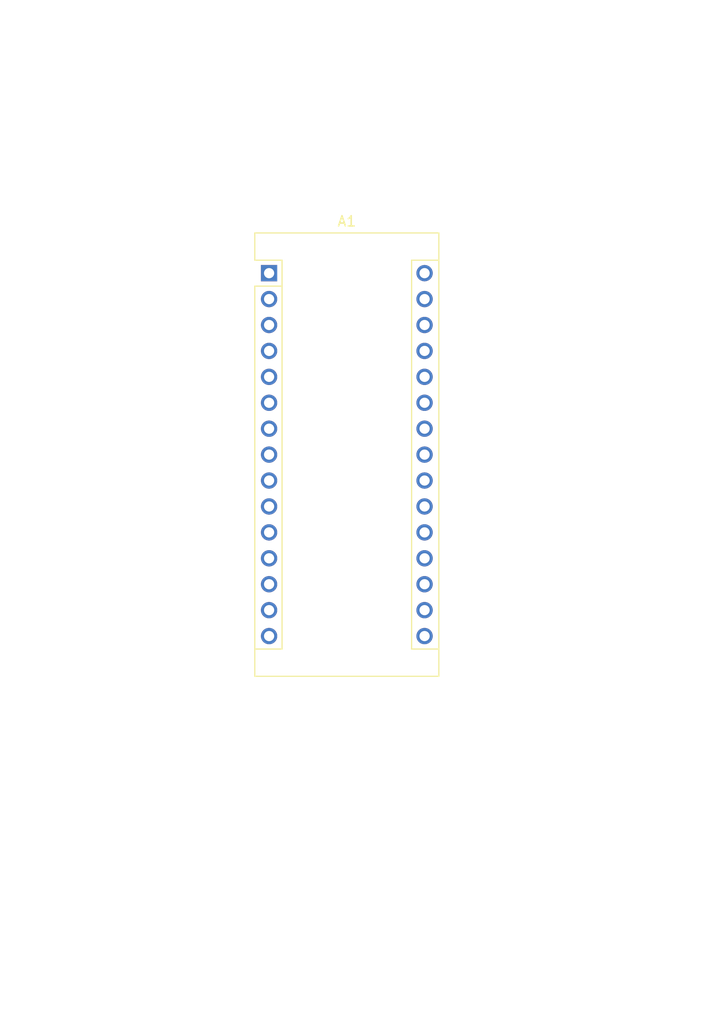
<source format=kicad_pcb>
(kicad_pcb (version 20171130) (host pcbnew "(5.1.6)-1")

  (general
    (thickness 1.6)
    (drawings 4)
    (tracks 0)
    (zones 0)
    (modules 1)
    (nets 31)
  )

  (page A4)
  (layers
    (0 F.Cu signal)
    (31 B.Cu signal)
    (32 B.Adhes user)
    (33 F.Adhes user)
    (34 B.Paste user)
    (35 F.Paste user)
    (36 B.SilkS user)
    (37 F.SilkS user)
    (38 B.Mask user)
    (39 F.Mask user)
    (40 Dwgs.User user)
    (41 Cmts.User user)
    (42 Eco1.User user)
    (43 Eco2.User user)
    (44 Edge.Cuts user)
    (45 Margin user)
    (46 B.CrtYd user)
    (47 F.CrtYd user)
    (48 B.Fab user)
    (49 F.Fab user)
  )

  (setup
    (last_trace_width 0.25)
    (trace_clearance 0.2)
    (zone_clearance 0.508)
    (zone_45_only no)
    (trace_min 0.2)
    (via_size 0.8)
    (via_drill 0.4)
    (via_min_size 0.4)
    (via_min_drill 0.3)
    (uvia_size 0.3)
    (uvia_drill 0.1)
    (uvias_allowed no)
    (uvia_min_size 0.2)
    (uvia_min_drill 0.1)
    (edge_width 0.05)
    (segment_width 0.2)
    (pcb_text_width 0.3)
    (pcb_text_size 1.5 1.5)
    (mod_edge_width 0.12)
    (mod_text_size 1 1)
    (mod_text_width 0.15)
    (pad_size 1.524 1.524)
    (pad_drill 0.762)
    (pad_to_mask_clearance 0.05)
    (aux_axis_origin 0 0)
    (visible_elements 7FFFFFFF)
    (pcbplotparams
      (layerselection 0x010fc_ffffffff)
      (usegerberextensions false)
      (usegerberattributes true)
      (usegerberadvancedattributes true)
      (creategerberjobfile true)
      (excludeedgelayer true)
      (linewidth 0.100000)
      (plotframeref false)
      (viasonmask false)
      (mode 1)
      (useauxorigin false)
      (hpglpennumber 1)
      (hpglpenspeed 20)
      (hpglpendiameter 15.000000)
      (psnegative false)
      (psa4output false)
      (plotreference true)
      (plotvalue true)
      (plotinvisibletext false)
      (padsonsilk false)
      (subtractmaskfromsilk false)
      (outputformat 1)
      (mirror false)
      (drillshape 1)
      (scaleselection 1)
      (outputdirectory ""))
  )

  (net 0 "")
  (net 1 "Net-(A1-Pad16)")
  (net 2 "Net-(A1-Pad15)")
  (net 3 "Net-(A1-Pad30)")
  (net 4 "Net-(A1-Pad14)")
  (net 5 "Net-(A1-Pad29)")
  (net 6 "Net-(A1-Pad13)")
  (net 7 "Net-(A1-Pad28)")
  (net 8 "Net-(A1-Pad12)")
  (net 9 "Net-(A1-Pad27)")
  (net 10 "Net-(A1-Pad11)")
  (net 11 "Net-(A1-Pad26)")
  (net 12 "Net-(A1-Pad10)")
  (net 13 "Net-(A1-Pad25)")
  (net 14 "Net-(A1-Pad9)")
  (net 15 "Net-(A1-Pad24)")
  (net 16 "Net-(A1-Pad8)")
  (net 17 "Net-(A1-Pad23)")
  (net 18 "Net-(A1-Pad7)")
  (net 19 "Net-(A1-Pad22)")
  (net 20 "Net-(A1-Pad6)")
  (net 21 "Net-(A1-Pad21)")
  (net 22 "Net-(A1-Pad5)")
  (net 23 "Net-(A1-Pad20)")
  (net 24 "Net-(A1-Pad4)")
  (net 25 "Net-(A1-Pad19)")
  (net 26 "Net-(A1-Pad3)")
  (net 27 "Net-(A1-Pad18)")
  (net 28 "Net-(A1-Pad2)")
  (net 29 "Net-(A1-Pad17)")
  (net 30 "Net-(A1-Pad1)")

  (net_class Default "This is the default net class."
    (clearance 0.2)
    (trace_width 0.25)
    (via_dia 0.8)
    (via_drill 0.4)
    (uvia_dia 0.3)
    (uvia_drill 0.1)
    (add_net "Net-(A1-Pad1)")
    (add_net "Net-(A1-Pad10)")
    (add_net "Net-(A1-Pad11)")
    (add_net "Net-(A1-Pad12)")
    (add_net "Net-(A1-Pad13)")
    (add_net "Net-(A1-Pad14)")
    (add_net "Net-(A1-Pad15)")
    (add_net "Net-(A1-Pad16)")
    (add_net "Net-(A1-Pad17)")
    (add_net "Net-(A1-Pad18)")
    (add_net "Net-(A1-Pad19)")
    (add_net "Net-(A1-Pad2)")
    (add_net "Net-(A1-Pad20)")
    (add_net "Net-(A1-Pad21)")
    (add_net "Net-(A1-Pad22)")
    (add_net "Net-(A1-Pad23)")
    (add_net "Net-(A1-Pad24)")
    (add_net "Net-(A1-Pad25)")
    (add_net "Net-(A1-Pad26)")
    (add_net "Net-(A1-Pad27)")
    (add_net "Net-(A1-Pad28)")
    (add_net "Net-(A1-Pad29)")
    (add_net "Net-(A1-Pad3)")
    (add_net "Net-(A1-Pad30)")
    (add_net "Net-(A1-Pad4)")
    (add_net "Net-(A1-Pad5)")
    (add_net "Net-(A1-Pad6)")
    (add_net "Net-(A1-Pad7)")
    (add_net "Net-(A1-Pad8)")
    (add_net "Net-(A1-Pad9)")
  )

  (module Module:Arduino_Nano (layer F.Cu) (tedit 58ACAF70) (tstamp 5F57A288)
    (at 66.3 56.69)
    (descr "Arduino Nano, http://www.mouser.com/pdfdocs/Gravitech_Arduino_Nano3_0.pdf")
    (tags "Arduino Nano")
    (path /5F57A7E7)
    (fp_text reference A1 (at 7.62 -5.08) (layer F.SilkS)
      (effects (font (size 1 1) (thickness 0.15)))
    )
    (fp_text value Arduino_Nano_v3.x (at 8.89 19.05 90) (layer F.Fab)
      (effects (font (size 1 1) (thickness 0.15)))
    )
    (fp_text user %R (at 6.35 19.05 90) (layer F.Fab)
      (effects (font (size 1 1) (thickness 0.15)))
    )
    (fp_line (start 1.27 1.27) (end 1.27 -1.27) (layer F.SilkS) (width 0.12))
    (fp_line (start 1.27 -1.27) (end -1.4 -1.27) (layer F.SilkS) (width 0.12))
    (fp_line (start -1.4 1.27) (end -1.4 39.5) (layer F.SilkS) (width 0.12))
    (fp_line (start -1.4 -3.94) (end -1.4 -1.27) (layer F.SilkS) (width 0.12))
    (fp_line (start 13.97 -1.27) (end 16.64 -1.27) (layer F.SilkS) (width 0.12))
    (fp_line (start 13.97 -1.27) (end 13.97 36.83) (layer F.SilkS) (width 0.12))
    (fp_line (start 13.97 36.83) (end 16.64 36.83) (layer F.SilkS) (width 0.12))
    (fp_line (start 1.27 1.27) (end -1.4 1.27) (layer F.SilkS) (width 0.12))
    (fp_line (start 1.27 1.27) (end 1.27 36.83) (layer F.SilkS) (width 0.12))
    (fp_line (start 1.27 36.83) (end -1.4 36.83) (layer F.SilkS) (width 0.12))
    (fp_line (start 3.81 31.75) (end 11.43 31.75) (layer F.Fab) (width 0.1))
    (fp_line (start 11.43 31.75) (end 11.43 41.91) (layer F.Fab) (width 0.1))
    (fp_line (start 11.43 41.91) (end 3.81 41.91) (layer F.Fab) (width 0.1))
    (fp_line (start 3.81 41.91) (end 3.81 31.75) (layer F.Fab) (width 0.1))
    (fp_line (start -1.4 39.5) (end 16.64 39.5) (layer F.SilkS) (width 0.12))
    (fp_line (start 16.64 39.5) (end 16.64 -3.94) (layer F.SilkS) (width 0.12))
    (fp_line (start 16.64 -3.94) (end -1.4 -3.94) (layer F.SilkS) (width 0.12))
    (fp_line (start 16.51 39.37) (end -1.27 39.37) (layer F.Fab) (width 0.1))
    (fp_line (start -1.27 39.37) (end -1.27 -2.54) (layer F.Fab) (width 0.1))
    (fp_line (start -1.27 -2.54) (end 0 -3.81) (layer F.Fab) (width 0.1))
    (fp_line (start 0 -3.81) (end 16.51 -3.81) (layer F.Fab) (width 0.1))
    (fp_line (start 16.51 -3.81) (end 16.51 39.37) (layer F.Fab) (width 0.1))
    (fp_line (start -1.53 -4.06) (end 16.75 -4.06) (layer F.CrtYd) (width 0.05))
    (fp_line (start -1.53 -4.06) (end -1.53 42.16) (layer F.CrtYd) (width 0.05))
    (fp_line (start 16.75 42.16) (end 16.75 -4.06) (layer F.CrtYd) (width 0.05))
    (fp_line (start 16.75 42.16) (end -1.53 42.16) (layer F.CrtYd) (width 0.05))
    (pad 16 thru_hole oval (at 15.24 35.56) (size 1.6 1.6) (drill 1) (layers *.Cu *.Mask)
      (net 1 "Net-(A1-Pad16)"))
    (pad 15 thru_hole oval (at 0 35.56) (size 1.6 1.6) (drill 1) (layers *.Cu *.Mask)
      (net 2 "Net-(A1-Pad15)"))
    (pad 30 thru_hole oval (at 15.24 0) (size 1.6 1.6) (drill 1) (layers *.Cu *.Mask)
      (net 3 "Net-(A1-Pad30)"))
    (pad 14 thru_hole oval (at 0 33.02) (size 1.6 1.6) (drill 1) (layers *.Cu *.Mask)
      (net 4 "Net-(A1-Pad14)"))
    (pad 29 thru_hole oval (at 15.24 2.54) (size 1.6 1.6) (drill 1) (layers *.Cu *.Mask)
      (net 5 "Net-(A1-Pad29)"))
    (pad 13 thru_hole oval (at 0 30.48) (size 1.6 1.6) (drill 1) (layers *.Cu *.Mask)
      (net 6 "Net-(A1-Pad13)"))
    (pad 28 thru_hole oval (at 15.24 5.08) (size 1.6 1.6) (drill 1) (layers *.Cu *.Mask)
      (net 7 "Net-(A1-Pad28)"))
    (pad 12 thru_hole oval (at 0 27.94) (size 1.6 1.6) (drill 1) (layers *.Cu *.Mask)
      (net 8 "Net-(A1-Pad12)"))
    (pad 27 thru_hole oval (at 15.24 7.62) (size 1.6 1.6) (drill 1) (layers *.Cu *.Mask)
      (net 9 "Net-(A1-Pad27)"))
    (pad 11 thru_hole oval (at 0 25.4) (size 1.6 1.6) (drill 1) (layers *.Cu *.Mask)
      (net 10 "Net-(A1-Pad11)"))
    (pad 26 thru_hole oval (at 15.24 10.16) (size 1.6 1.6) (drill 1) (layers *.Cu *.Mask)
      (net 11 "Net-(A1-Pad26)"))
    (pad 10 thru_hole oval (at 0 22.86) (size 1.6 1.6) (drill 1) (layers *.Cu *.Mask)
      (net 12 "Net-(A1-Pad10)"))
    (pad 25 thru_hole oval (at 15.24 12.7) (size 1.6 1.6) (drill 1) (layers *.Cu *.Mask)
      (net 13 "Net-(A1-Pad25)"))
    (pad 9 thru_hole oval (at 0 20.32) (size 1.6 1.6) (drill 1) (layers *.Cu *.Mask)
      (net 14 "Net-(A1-Pad9)"))
    (pad 24 thru_hole oval (at 15.24 15.24) (size 1.6 1.6) (drill 1) (layers *.Cu *.Mask)
      (net 15 "Net-(A1-Pad24)"))
    (pad 8 thru_hole oval (at 0 17.78) (size 1.6 1.6) (drill 1) (layers *.Cu *.Mask)
      (net 16 "Net-(A1-Pad8)"))
    (pad 23 thru_hole oval (at 15.24 17.78) (size 1.6 1.6) (drill 1) (layers *.Cu *.Mask)
      (net 17 "Net-(A1-Pad23)"))
    (pad 7 thru_hole oval (at 0 15.24) (size 1.6 1.6) (drill 1) (layers *.Cu *.Mask)
      (net 18 "Net-(A1-Pad7)"))
    (pad 22 thru_hole oval (at 15.24 20.32) (size 1.6 1.6) (drill 1) (layers *.Cu *.Mask)
      (net 19 "Net-(A1-Pad22)"))
    (pad 6 thru_hole oval (at 0 12.7) (size 1.6 1.6) (drill 1) (layers *.Cu *.Mask)
      (net 20 "Net-(A1-Pad6)"))
    (pad 21 thru_hole oval (at 15.24 22.86) (size 1.6 1.6) (drill 1) (layers *.Cu *.Mask)
      (net 21 "Net-(A1-Pad21)"))
    (pad 5 thru_hole oval (at 0 10.16) (size 1.6 1.6) (drill 1) (layers *.Cu *.Mask)
      (net 22 "Net-(A1-Pad5)"))
    (pad 20 thru_hole oval (at 15.24 25.4) (size 1.6 1.6) (drill 1) (layers *.Cu *.Mask)
      (net 23 "Net-(A1-Pad20)"))
    (pad 4 thru_hole oval (at 0 7.62) (size 1.6 1.6) (drill 1) (layers *.Cu *.Mask)
      (net 24 "Net-(A1-Pad4)"))
    (pad 19 thru_hole oval (at 15.24 27.94) (size 1.6 1.6) (drill 1) (layers *.Cu *.Mask)
      (net 25 "Net-(A1-Pad19)"))
    (pad 3 thru_hole oval (at 0 5.08) (size 1.6 1.6) (drill 1) (layers *.Cu *.Mask)
      (net 26 "Net-(A1-Pad3)"))
    (pad 18 thru_hole oval (at 15.24 30.48) (size 1.6 1.6) (drill 1) (layers *.Cu *.Mask)
      (net 27 "Net-(A1-Pad18)"))
    (pad 2 thru_hole oval (at 0 2.54) (size 1.6 1.6) (drill 1) (layers *.Cu *.Mask)
      (net 28 "Net-(A1-Pad2)"))
    (pad 17 thru_hole oval (at 15.24 33.02) (size 1.6 1.6) (drill 1) (layers *.Cu *.Mask)
      (net 29 "Net-(A1-Pad17)"))
    (pad 1 thru_hole rect (at 0 0) (size 1.6 1.6) (drill 1) (layers *.Cu *.Mask)
      (net 30 "Net-(A1-Pad1)"))
    (model ${KISYS3DMOD}/Module.3dshapes/Arduino_Nano_WithMountingHoles.wrl
      (at (xyz 0 0 0))
      (scale (xyz 1 1 1))
      (rotate (xyz 0 0 0))
    )
  )

  (gr_line (start 40 30) (end 110.05 30) (layer Dwgs.User) (width 0.15))
  (gr_line (start 110.05 30) (end 110.05 130.2) (layer Dwgs.User) (width 0.15))
  (gr_line (start 40 130.2) (end 110.05 130.2) (layer Dwgs.User) (width 0.15))
  (gr_line (start 40 30) (end 40 130.2) (layer Dwgs.User) (width 0.15))

)

</source>
